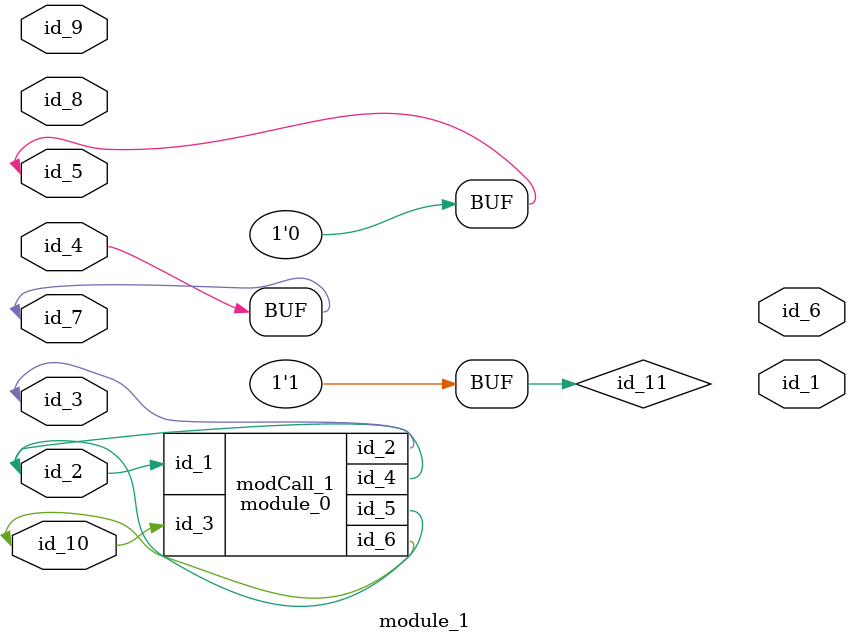
<source format=v>
module module_0 (
    id_1,
    id_2,
    id_3,
    id_4,
    id_5,
    id_6
);
  output wire id_6;
  output wire id_5;
  output wire id_4;
  input wire id_3;
  output wire id_2;
  input wire id_1;
  wire id_7;
  parameter id_8 = id_7 < ~1;
  wire id_9;
  assign id_6 = -1'b0;
  assign id_2 = id_1;
endmodule
module module_1 (
    id_1,
    id_2,
    id_3,
    id_4,
    id_5,
    id_6,
    id_7,
    id_8,
    id_9,
    id_10
);
  inout wire id_10;
  input wire id_9;
  input wire id_8;
  inout wire id_7;
  output wire id_6;
  inout wire id_5;
  inout wire id_4;
  inout wire id_3;
  inout wire id_2;
  output wire id_1;
  wor id_11 = {1};
  always id_7 <= id_4;
  module_0 modCall_1 (
      id_2,
      id_3,
      id_10,
      id_2,
      id_2,
      id_10
  );
  assign id_5 = "";
endmodule

</source>
